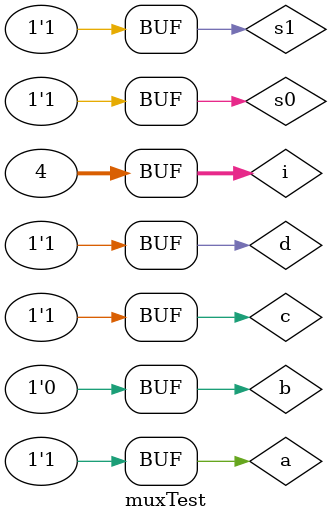
<source format=v>
`timescale 1ns/1ns

module mux(input a, b, c, d, s0, s1, output y);
    assign y = (~s1 & ~s0 & a) | (~s1 & s0 & b) | (s1 & ~s0 & c) | (s0 & s1 & d);
endmodule

module muxTest;
    reg a, b, c, d, s0, s1;
    wire y;
    integer i;

    mux uut(.a(a), .b(b), .c(c), .d(d), .s0(s0), .s1(s1), .y(y));

    initial begin
        a <= 1;
        b <= 0;
        c <= 1;
        d <= 1;
        s0 <= 0;
        s1 <= 0;

        $monitor("a = %b    b = %b    c = %b    d = %b    s0 = %b    s1 = %b    y = %b\n", a, b, c, d, s0, s1, y);
        $dumpfile("mux.vcd");
        $dumpvars(0, muxTest);

        for(i = 0; i < 4; i = i + 1) begin
            {s1, s0} = i;
            #10;
        end
    end
endmodule
</source>
